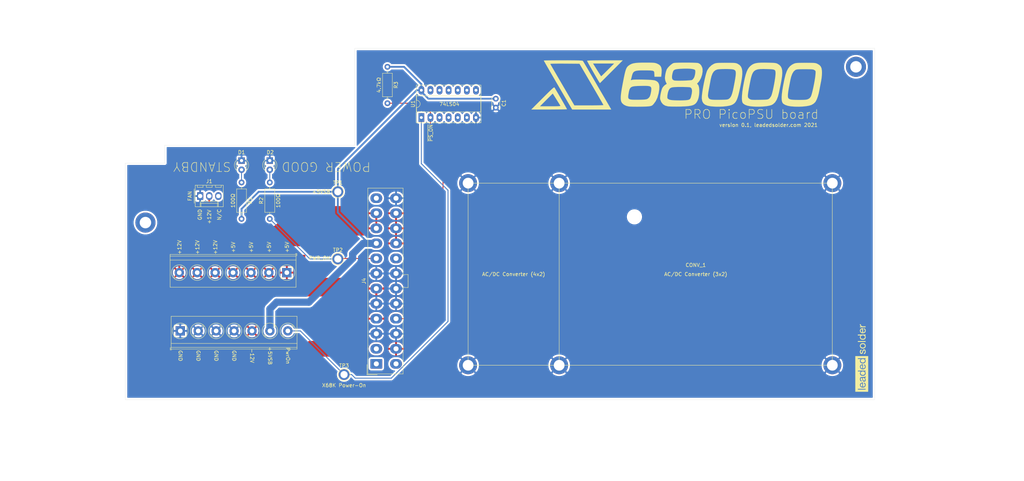
<source format=kicad_pcb>
(kicad_pcb (version 20171130) (host pcbnew "(5.1.5-0-10_14)")
  (layers (0 F.Cu signal) (31 B.Cu signal) (34 B.Paste user) (35 F.Paste user) (36 B.SilkS user) (37 F.SilkS user) (38 B.Mask user) (39 F.Mask user) (44 Edge.Cuts user))
  (net 0 "")
  (net 1 "Net-(D1-Pad2)")
  (net 2 /PSU_COM)
  (net 3 "Net-(D2-Pad2)")
  (net 4 "Net-(J1-Pad3)")
  (net 5 "Net-(J4-Pad20)")
  (net 6 /~PS_ON)
  (net 7 /PSU_NEG_12V)
  (net 8 "Net-(J4-Pad13)")
  (net 9 "Net-(J4-Pad12)")
  (net 10 /PSU_5V_STANDBY)
  (net 11 /PWR_OK)
  (net 12 /PSU_5V)
  (net 13 "Net-(J4-Pad2)")
  (net 14 "Net-(J4-Pad1)")
  (net 15 /POWER_ON_REQUEST)
  (net 16 /PSU_12V)
  (module MountingHole:MountingHole_3.2mm_M3 (layer F.Cu) (at 163 99)
    (fp_text reference REF** hide)
    (fp_text value MountingHole_3.2mm_M3)
    (pad 1 np_thru_hole circle (at 0 0) (size 3.2 3.2) (drill 3.2) (layers *.Cu *.Mask))
  )
  (module logos:x68000-200dpi (layer F.Cu) (at 174.8 62.2)
    (fp_text reference G*** hide)
    (fp_text value LOGO hide)
  )
  (module logos:leaded-solder-logo-800dpi (layer F.Cu) (at 226.4 138.4 90)
    (fp_text reference G*** hide)
    (fp_text value LOGO hide)
  )
  (module MountingHole:MountingHole_3.2mm_M3_DIN965_Pad (layer F.Cu) (at 26.6 100.6)
    (fp_text reference REF** hide)
    (fp_text value MountingHole_3.2mm_M3_DIN965_Pad)
    (pad 1 thru_hole circle (at 0 0) (size 5.6 5.6) (drill 3.2) (layers *.Cu *.Mask))
  )
  (module MountingHole:MountingHole_3.2mm_M3_DIN965_Pad (layer F.Cu) (at 224.79 57.15)
    (fp_text reference REF** hide)
    (fp_text value MountingHole_3.2mm_M3_DIN965_Pad)
    (pad 1 thru_hole circle (at 0 0) (size 5.6 5.6) (drill 3.2) (layers *.Cu *.Mask))
  )
  (module TerminalBlock_Phoenix:TerminalBlock_Phoenix_PT-1,5-7-5.0-H_1x07_P5.00mm_Horizontal (layer F.Cu) (at 36.322 130.81)
    (fp_text reference J3 hide)
    (fp_text value Screw_Terminal_01x07)
    (pad 7 thru_hole circle (at 30 0) (size 2.6 2.6) (drill 1.3) (layers *.Cu *.Mask) (net 15 /POWER_ON_REQUEST))
    (pad 6 thru_hole circle (at 25 0) (size 2.6 2.6) (drill 1.3) (layers *.Cu *.Mask) (net 10 /PSU_5V_STANDBY))
    (pad 5 thru_hole circle (at 20 0) (size 2.6 2.6) (drill 1.3) (layers *.Cu *.Mask) (net 7 /PSU_NEG_12V))
    (pad 4 thru_hole circle (at 15 0) (size 2.6 2.6) (drill 1.3) (layers *.Cu *.Mask) (net 2 /PSU_COM))
    (pad 3 thru_hole circle (at 10 0) (size 2.6 2.6) (drill 1.3) (layers *.Cu *.Mask) (net 2 /PSU_COM))
    (pad 2 thru_hole circle (at 5 0) (size 2.6 2.6) (drill 1.3) (layers *.Cu *.Mask) (net 2 /PSU_COM))
    (pad 1 thru_hole rect (at 0 0) (size 2.6 2.6) (drill 1.3) (layers *.Cu *.Mask) (net 2 /PSU_COM))
  )
  (module TerminalBlock_Phoenix:TerminalBlock_Phoenix_PT-1,5-7-5.0-H_1x07_P5.00mm_Horizontal (layer F.Cu) (at 66.04 114.554 180)
    (fp_text reference J2 hide)
    (fp_text value Screw_Terminal_01x07)
    (pad 7 thru_hole circle (at 30 0 180) (size 2.6 2.6) (drill 1.3) (layers *.Cu *.Mask) (net 16 /PSU_12V))
    (pad 6 thru_hole circle (at 25 0 180) (size 2.6 2.6) (drill 1.3) (layers *.Cu *.Mask) (net 16 /PSU_12V))
    (pad 5 thru_hole circle (at 20 0 180) (size 2.6 2.6) (drill 1.3) (layers *.Cu *.Mask) (net 16 /PSU_12V))
    (pad 4 thru_hole circle (at 15 0 180) (size 2.6 2.6) (drill 1.3) (layers *.Cu *.Mask) (net 12 /PSU_5V))
    (pad 3 thru_hole circle (at 10 0 180) (size 2.6 2.6) (drill 1.3) (layers *.Cu *.Mask) (net 12 /PSU_5V))
    (pad 2 thru_hole circle (at 5 0 180) (size 2.6 2.6) (drill 1.3) (layers *.Cu *.Mask) (net 12 /PSU_5V))
    (pad 1 thru_hole rect (at 0 0 180) (size 2.6 2.6) (drill 1.3) (layers *.Cu *.Mask) (net 12 /PSU_5V))
  )
  (module OffboardACDC:3x2_4x2 (layer F.Cu) (at 142 140.4 180)
    (fp_text reference CONV_1 (at -38.1 27.94) (layer F.SilkS))
    (fp_text value "AC/DC Converter")
    (fp_text user "AC/DC Converter (3x2)" (at -38.1 25.4) (layer F.SilkS))
    (fp_text user "AC/DC Converter (4x2)" (at 12.7 25.4) (layer F.SilkS))
    (pad 1 thru_hole circle (at 25.4 0 180) (size 5 5) (drill 3) (layers *.Cu *.Mask) (net 2 /PSU_COM))
    (pad 1 thru_hole circle (at 25.4 50.8 180) (size 5 5) (drill 3) (layers *.Cu *.Mask) (net 2 /PSU_COM))
    (pad 1 thru_hole circle (at -76.2 0 180) (size 5 5) (drill 3) (layers *.Cu *.Mask) (net 2 /PSU_COM))
    (pad 1 thru_hole circle (at -76.2 50.8 180) (size 5 5) (drill 3) (layers *.Cu *.Mask) (net 2 /PSU_COM))
    (pad 1 thru_hole circle (at 0 50.8 180) (size 5 5) (drill 3) (layers *.Cu *.Mask) (net 2 /PSU_COM))
    (pad 1 thru_hole circle (at 0 0 180) (size 5 5) (drill 3) (layers *.Cu *.Mask) (net 2 /PSU_COM))
  )
  (module TestPoint:TestPoint_Plated_Hole_D2.0mm (layer F.Cu) (at 82 143)
    (fp_text reference TP3 (at 0 -2.498) (layer F.SilkS))
    (fp_text value TestPoint)
    (pad 1 thru_hole circle (at 0 0) (size 3 3) (drill 2) (layers *.Cu *.Mask) (net 15 /POWER_ON_REQUEST))
  )
  (module Package_DIP:DIP-14_W7.62mm_Socket_LongPads (layer F.Cu) (at 103.557 71.302 90)
    (fp_text reference U1 (at 3.81 -2.33 90) (layer F.SilkS))
    (fp_text value 74LS04)
    (pad 14 thru_hole oval (at 7.62 0 90) (size 2.4 1.6) (drill 0.8) (layers *.Cu *.Mask) (net 10 /PSU_5V_STANDBY))
    (pad 7 thru_hole oval (at 0 15.24 90) (size 2.4 1.6) (drill 0.8) (layers *.Cu *.Mask) (net 2 /PSU_COM))
    (pad 13 thru_hole oval (at 7.62 2.54 90) (size 2.4 1.6) (drill 0.8) (layers *.Cu *.Mask))
    (pad 6 thru_hole oval (at 0 12.7 90) (size 2.4 1.6) (drill 0.8) (layers *.Cu *.Mask))
    (pad 12 thru_hole oval (at 7.62 5.08 90) (size 2.4 1.6) (drill 0.8) (layers *.Cu *.Mask))
    (pad 5 thru_hole oval (at 0 10.16 90) (size 2.4 1.6) (drill 0.8) (layers *.Cu *.Mask))
    (pad 11 thru_hole oval (at 7.62 7.62 90) (size 2.4 1.6) (drill 0.8) (layers *.Cu *.Mask))
    (pad 4 thru_hole oval (at 0 7.62 90) (size 2.4 1.6) (drill 0.8) (layers *.Cu *.Mask))
    (pad 10 thru_hole oval (at 7.62 10.16 90) (size 2.4 1.6) (drill 0.8) (layers *.Cu *.Mask))
    (pad 3 thru_hole oval (at 0 5.08 90) (size 2.4 1.6) (drill 0.8) (layers *.Cu *.Mask))
    (pad 9 thru_hole oval (at 7.62 12.7 90) (size 2.4 1.6) (drill 0.8) (layers *.Cu *.Mask))
    (pad 2 thru_hole oval (at 0 2.54 90) (size 2.4 1.6) (drill 0.8) (layers *.Cu *.Mask) (net 6 /~PS_ON))
    (pad 8 thru_hole oval (at 7.62 15.24 90) (size 2.4 1.6) (drill 0.8) (layers *.Cu *.Mask))
    (pad 1 thru_hole rect (at 0 0 90) (size 2.4 1.6) (drill 0.8) (layers *.Cu *.Mask) (net 15 /POWER_ON_REQUEST))
  )
  (module Connector_Molex:Molex_Mini-Fit_Jr_5566-24A_2x12_P4.20mm_Vertical (layer F.Cu) (at 91 140 90)
    (fp_text reference J4 (at 23.1 -3.45 90) (layer F.SilkS))
    (fp_text value PicoPSU)
    (pad 24 thru_hole oval (at 46.2 5.5 90) (size 2.7 3.3) (drill 1.4) (layers *.Cu *.Mask) (net 2 /PSU_COM))
    (pad 23 thru_hole oval (at 42 5.5 90) (size 2.7 3.3) (drill 1.4) (layers *.Cu *.Mask) (net 12 /PSU_5V))
    (pad 22 thru_hole oval (at 37.8 5.5 90) (size 2.7 3.3) (drill 1.4) (layers *.Cu *.Mask) (net 12 /PSU_5V))
    (pad 21 thru_hole oval (at 33.6 5.5 90) (size 2.7 3.3) (drill 1.4) (layers *.Cu *.Mask) (net 12 /PSU_5V))
    (pad 20 thru_hole oval (at 29.4 5.5 90) (size 2.7 3.3) (drill 1.4) (layers *.Cu *.Mask) (net 5 "Net-(J4-Pad20)"))
    (pad 19 thru_hole oval (at 25.2 5.5 90) (size 2.7 3.3) (drill 1.4) (layers *.Cu *.Mask) (net 2 /PSU_COM))
    (pad 18 thru_hole oval (at 21 5.5 90) (size 2.7 3.3) (drill 1.4) (layers *.Cu *.Mask) (net 2 /PSU_COM))
    (pad 17 thru_hole oval (at 16.8 5.5 90) (size 2.7 3.3) (drill 1.4) (layers *.Cu *.Mask) (net 2 /PSU_COM))
    (pad 16 thru_hole oval (at 12.6 5.5 90) (size 2.7 3.3) (drill 1.4) (layers *.Cu *.Mask) (net 6 /~PS_ON))
    (pad 15 thru_hole oval (at 8.4 5.5 90) (size 2.7 3.3) (drill 1.4) (layers *.Cu *.Mask) (net 2 /PSU_COM))
    (pad 14 thru_hole oval (at 4.2 5.5 90) (size 2.7 3.3) (drill 1.4) (layers *.Cu *.Mask) (net 7 /PSU_NEG_12V))
    (pad 13 thru_hole oval (at 0 5.5 90) (size 2.7 3.3) (drill 1.4) (layers *.Cu *.Mask) (net 8 "Net-(J4-Pad13)"))
    (pad 12 thru_hole oval (at 46.2 0 90) (size 2.7 3.3) (drill 1.4) (layers *.Cu *.Mask) (net 9 "Net-(J4-Pad12)"))
    (pad 11 thru_hole oval (at 42 0 90) (size 2.7 3.3) (drill 1.4) (layers *.Cu *.Mask) (net 16 /PSU_12V))
    (pad 10 thru_hole oval (at 37.8 0 90) (size 2.7 3.3) (drill 1.4) (layers *.Cu *.Mask) (net 16 /PSU_12V))
    (pad 9 thru_hole oval (at 33.6 0 90) (size 2.7 3.3) (drill 1.4) (layers *.Cu *.Mask) (net 10 /PSU_5V_STANDBY))
    (pad 8 thru_hole oval (at 29.4 0 90) (size 2.7 3.3) (drill 1.4) (layers *.Cu *.Mask) (net 11 /PWR_OK))
    (pad 7 thru_hole oval (at 25.2 0 90) (size 2.7 3.3) (drill 1.4) (layers *.Cu *.Mask) (net 2 /PSU_COM))
    (pad 6 thru_hole oval (at 21 0 90) (size 2.7 3.3) (drill 1.4) (layers *.Cu *.Mask) (net 12 /PSU_5V))
    (pad 5 thru_hole oval (at 16.8 0 90) (size 2.7 3.3) (drill 1.4) (layers *.Cu *.Mask) (net 2 /PSU_COM))
    (pad 4 thru_hole oval (at 12.6 0 90) (size 2.7 3.3) (drill 1.4) (layers *.Cu *.Mask) (net 12 /PSU_5V))
    (pad 3 thru_hole oval (at 8.4 0 90) (size 2.7 3.3) (drill 1.4) (layers *.Cu *.Mask) (net 2 /PSU_COM))
    (pad 2 thru_hole oval (at 4.2 0 90) (size 2.7 3.3) (drill 1.4) (layers *.Cu *.Mask) (net 13 "Net-(J4-Pad2)"))
    (pad 1 thru_hole roundrect (at 0 0 90) (size 2.7 3.3) (drill 1.4) (layers *.Cu *.Mask) (roundrect_rratio 0.09259299999999999) (net 14 "Net-(J4-Pad1)"))
  )
  (module TestPoint:TestPoint_Plated_Hole_D2.0mm (layer F.Cu) (at 80.264 110.744)
    (fp_text reference TP2 (at 0 -2.498) (layer F.SilkS))
    (fp_text value TestPoint)
    (pad 1 thru_hole circle (at 0 0) (size 3 3) (drill 2) (layers *.Cu *.Mask) (net 11 /PWR_OK))
  )
  (module TestPoint:TestPoint_Plated_Hole_D2.0mm (layer F.Cu) (at 80.264 92)
    (fp_text reference TP1 (at 0 -2.498) (layer F.SilkS))
    (fp_text value TestPoint)
    (pad 1 thru_hole circle (at 0 0) (size 3 3) (drill 2) (layers *.Cu *.Mask) (net 10 /PSU_5V_STANDBY))
  )
  (module Capacitor_THT:C_Disc_D3.0mm_W2.0mm_P2.50mm (layer F.Cu) (at 124.333 66.04 270)
    (fp_text reference C1 (at 1.25 -2.25 90) (layer F.SilkS))
    (fp_text value 0.1µF)
    (pad 2 thru_hole circle (at 2.5 0 270) (size 1.6 1.6) (drill 0.8) (layers *.Cu *.Mask) (net 2 /PSU_COM))
    (pad 1 thru_hole circle (at 0 0 270) (size 1.6 1.6) (drill 0.8) (layers *.Cu *.Mask) (net 10 /PSU_5V_STANDBY))
  )
  (module Resistor_THT:R_Axial_DIN0207_L6.3mm_D2.5mm_P10.16mm_Horizontal (layer F.Cu) (at 94.107 57.15 270)
    (fp_text reference R3 (at 5.08 -2.37 90) (layer F.SilkS))
    (fp_text value 4.7kΩ (at 5.08 2.37 90) (layer F.SilkS))
    (pad 2 thru_hole oval (at 10.16 0 270) (size 1.6 1.6) (drill 0.8) (layers *.Cu *.Mask) (net 6 /~PS_ON))
    (pad 1 thru_hole circle (at 0 0 270) (size 1.6 1.6) (drill 0.8) (layers *.Cu *.Mask) (net 10 /PSU_5V_STANDBY))
  )
  (module Resistor_THT:R_Axial_DIN0207_L6.3mm_D2.5mm_P10.16mm_Horizontal (layer F.Cu) (at 61.282 99.568 90)
    (fp_text reference R2 (at 5.08 -2.37 90) (layer F.SilkS))
    (fp_text value 100Ω (at 5.08 2.37 90) (layer F.SilkS))
    (pad 2 thru_hole oval (at 10.16 0 90) (size 1.6 1.6) (drill 0.8) (layers *.Cu *.Mask) (net 3 "Net-(D2-Pad2)"))
    (pad 1 thru_hole circle (at 0 0 90) (size 1.6 1.6) (drill 0.8) (layers *.Cu *.Mask) (net 11 /PWR_OK))
  )
  (module Resistor_THT:R_Axial_DIN0207_L6.3mm_D2.5mm_P10.16mm_Horizontal (layer F.Cu) (at 53.408 89.408 270)
    (fp_text reference R1 (at 5.08 -2.37 90) (layer F.SilkS))
    (fp_text value 100Ω (at 5.08 2.37 90) (layer F.SilkS))
    (pad 2 thru_hole oval (at 10.16 0 270) (size 1.6 1.6) (drill 0.8) (layers *.Cu *.Mask) (net 10 /PSU_5V_STANDBY))
    (pad 1 thru_hole circle (at 0 0 270) (size 1.6 1.6) (drill 0.8) (layers *.Cu *.Mask) (net 1 "Net-(D1-Pad2)"))
  )
  (module Connector_Molex:Molex_KK-254_AE-6410-03A_1x03_P2.54mm_Vertical (layer F.Cu) (at 41.86 93.2)
    (fp_text reference J1 (at 2.54 -4.12) (layer F.SilkS))
    (fp_text value "Fan Header")
    (pad 3 thru_hole oval (at 5.08 0) (size 1.74 2.2) (drill 1.2) (layers *.Cu *.Mask) (net 4 "Net-(J1-Pad3)"))
    (pad 2 thru_hole oval (at 2.54 0) (size 1.74 2.2) (drill 1.2) (layers *.Cu *.Mask) (net 16 /PSU_12V))
    (pad 1 thru_hole roundrect (at 0 0) (size 1.74 2.2) (drill 1.2) (layers *.Cu *.Mask) (roundrect_rratio 0.143678) (net 2 /PSU_COM))
  )
  (module LED_THT:LED_D3.0mm (layer F.Cu) (at 61.282 83.312 270)
    (fp_text reference D2 (at -2.312 -0.118 180) (layer F.SilkS))
    (fp_text value "Power OK")
    (pad 2 thru_hole circle (at 2.54 0 270) (size 1.8 1.8) (drill 0.9) (layers *.Cu *.Mask) (net 3 "Net-(D2-Pad2)"))
    (pad 1 thru_hole rect (at 0 0 270) (size 1.8 1.8) (drill 0.9) (layers *.Cu *.Mask) (net 2 /PSU_COM))
  )
  (module LED_THT:LED_D3.0mm (layer F.Cu) (at 53.408 83.312 270)
    (fp_text reference D1 (at -2.312 0.008 180) (layer F.SilkS))
    (fp_text value "Standby Power")
    (pad 2 thru_hole circle (at 2.54 0 270) (size 1.8 1.8) (drill 0.9) (layers *.Cu *.Mask) (net 1 "Net-(D1-Pad2)"))
    (pad 1 thru_hole rect (at 0 0 270) (size 1.8 1.8) (drill 0.9) (layers *.Cu *.Mask) (net 2 /PSU_COM))
  )
  (gr_text "PRO PicoPSU board" (at 195.6 70.4) (layer F.SilkS) (effects (font (size 2.5 2.5))))
  (gr_text "version 0.1, leadedsolder.com 2021" (at 200.4 73.4) (layer F.SilkS) (effects (font (size 1 1))))
  (gr_text ~PS_ON (at 106.2 75.6 90) (layer F.SilkS) (effects (font (size 1 1))))
  (gr_text N/C (at 47.2 98.4 90) (layer F.SilkS) (effects (font (size 1 1))))
  (gr_text GND (at 41.8 98.4 90) (layer F.SilkS) (effects (font (size 1 1))))
  (gr_text +12V (at 44.4 99 90) (layer F.SilkS) (effects (font (size 1 1))))
  (gr_text FAN (at 39 93.2 90) (layer F.SilkS) (effects (font (size 1 1))))
  (gr_text "POWER GOOD" (at 77 85 180) (layer F.SilkS) (effects (font (size 2.5 2.5))))
  (gr_text STANDBY (at 42.4 85 180) (layer F.SilkS) (effects (font (size 2.5 2.5))))
  (gr_line (start 21 150) (end 230 150) (layer Edge.Cuts) (width 0.05))
  (gr_line (start 21 84) (end 21 150) (layer Edge.Cuts) (width 0.05))
  (gr_line (start 32 84) (end 21 84) (layer Edge.Cuts) (width 0.05))
  (gr_line (start 32 79) (end 32 84) (layer Edge.Cuts) (width 0.05))
  (gr_line (start 85 79) (end 32 79) (layer Edge.Cuts) (width 0.05))
  (gr_line (start 85 52) (end 85 79) (layer Edge.Cuts) (width 0.05))
  (gr_line (start 230 52) (end 85 52) (layer Edge.Cuts) (width 0.05))
  (gr_line (start 230 52) (end 230 150) (layer Edge.Cuts) (width 0.05))
  (gr_text "X68K Power-On" (at 82 146) (layer F.SilkS) (effects (font (size 1 1))))
  (gr_text PWR_OK (at 75.184 110.49) (layer F.SilkS) (effects (font (size 1 1))))
  (gr_text +5VSB (at 75.6 92) (layer F.SilkS) (effects (font (size 1 1))))
  (gr_text 74LS04 (at 111.379 67.564) (layer F.SilkS) (effects (font (size 1 1))))
  (gr_text +5V (at 66.092 107.476 90) (layer F.SilkS) (effects (font (size 1 1))))
  (gr_text +5V (at 61.092 107.476 90) (layer F.SilkS) (effects (font (size 1 1))))
  (gr_text +5V (at 56.092 107.476 90) (layer F.SilkS) (effects (font (size 1 1))))
  (gr_text +5V (at 51.092 107.476 90) (layer F.SilkS) (effects (font (size 1 1))))
  (gr_text +12V (at 46.092 107.476 90) (layer F.SilkS) (effects (font (size 1 1))))
  (gr_text +12V (at 41.092 107.476 90) (layer F.SilkS) (effects (font (size 1 1))))
  (gr_text +12V (at 36.092 107.476 90) (layer F.SilkS) (effects (font (size 1 1))))
  (gr_text GND (at 36.346 137.746 270) (layer F.SilkS) (effects (font (size 1 1))))
  (gr_text GND (at 41.346 137.746 270) (layer F.SilkS) (effects (font (size 1 1))))
  (gr_text GND (at 46.346 137.746 270) (layer F.SilkS) (effects (font (size 1 1))))
  (gr_text GND (at 51.346 137.746 270) (layer F.SilkS) (effects (font (size 1 1))))
  (gr_text -12V (at 56.346 137.746 270) (layer F.SilkS) (effects (font (size 1 1))))
  (gr_text +5VSB (at 61.346 137.746 270) (layer F.SilkS) (effects (font (size 1 1))))
  (gr_text PwrOn (at 66.346 137.746 270) (layer F.SilkS) (effects (font (size 1 1))))
  (segment (start 53.408 89.408) (end 53.408 85.852) (width 0.25) (layer B.Cu) (net 1))
  (segment (start 61.282 89.408) (end 61.282 85.852) (width 0.25) (layer B.Cu) (net 3))
  (segment (start 103.555 67.31) (end 94.107 67.31) (width 0.25) (layer F.Cu) (net 6))
  (segment (start 106.097 69.852) (end 103.555 67.31) (width 0.25) (layer F.Cu) (net 6))
  (segment (start 106.097 71.302) (end 106.097 69.852) (width 0.25) (layer F.Cu) (net 6))
  (segment (start 106.097 71.302) (end 106.097 84.297) (width 0.25) (layer F.Cu) (net 6))
  (segment (start 106.097 84.297) (end 109.6 87.8) (width 0.25) (layer F.Cu) (net 6))
  (segment (start 109.6 87.8) (end 109.6 126.6) (width 0.25) (layer F.Cu) (net 6))
  (segment (start 108.8 127.4) (end 96.5 127.4) (width 0.25) (layer F.Cu) (net 6))
  (segment (start 109.6 126.6) (end 108.8 127.4) (width 0.25) (layer F.Cu) (net 6))
  (segment (start 96.5 135.5) (end 96.5 135.8) (width 0.5) (layer F.Cu) (net 7))
  (segment (start 80.264 97.814) (end 80.264 92) (width 0.5) (layer B.Cu) (net 10))
  (segment (start 88.85 106.4) (end 80.264 97.814) (width 0.5) (layer B.Cu) (net 10))
  (segment (start 91 106.4) (end 88.85 106.4) (width 0.5) (layer B.Cu) (net 10))
  (segment (start 80.264 92) (end 58.2 92) (width 0.5) (layer B.Cu) (net 10))
  (segment (start 53.408 96.792) (end 53.408 99.568) (width 0.5) (layer B.Cu) (net 10))
  (segment (start 58.2 92) (end 53.408 96.792) (width 0.5) (layer B.Cu) (net 10))
  (segment (start 102.257 63.682) (end 103.557 63.682) (width 0.5) (layer B.Cu) (net 10))
  (segment (start 80.264 85.675) (end 102.257 63.682) (width 0.5) (layer B.Cu) (net 10))
  (segment (start 80.264 92) (end 80.264 85.675) (width 0.5) (layer B.Cu) (net 10))
  (segment (start 103.557 61.982) (end 103.557 63.682) (width 0.5) (layer B.Cu) (net 10))
  (segment (start 98.725 57.15) (end 103.557 61.982) (width 0.5) (layer B.Cu) (net 10))
  (segment (start 94.107 57.15) (end 98.725 57.15) (width 0.5) (layer B.Cu) (net 10))
  (segment (start 105.515 66.04) (end 124.333 66.04) (width 0.5) (layer B.Cu) (net 10))
  (segment (start 103.557 64.082) (end 105.515 66.04) (width 0.5) (layer B.Cu) (net 10))
  (segment (start 103.557 63.682) (end 103.557 64.082) (width 0.5) (layer B.Cu) (net 10))
  (segment (start 87.35 106.4) (end 84.4 109.35) (width 2) (layer B.Cu) (net 10))
  (segment (start 91 106.4) (end 87.35 106.4) (width 2) (layer B.Cu) (net 10))
  (segment (start 84.4 110.604002) (end 72.204002 122.8) (width 2) (layer B.Cu) (net 10))
  (segment (start 84.4 109.35) (end 84.4 110.604002) (width 2) (layer B.Cu) (net 10))
  (segment (start 72.204002 122.8) (end 63.2 122.8) (width 2) (layer B.Cu) (net 10))
  (segment (start 61.322 124.678) (end 61.322 130.81) (width 2) (layer B.Cu) (net 10))
  (segment (start 63.2 122.8) (end 61.322 124.678) (width 2) (layer B.Cu) (net 10))
  (segment (start 80.408 110.6) (end 80.264 110.744) (width 0.25) (layer B.Cu) (net 11))
  (segment (start 72.458 110.744) (end 61.282 99.568) (width 0.25) (layer B.Cu) (net 11))
  (segment (start 80.264 110.744) (end 72.458 110.744) (width 0.25) (layer B.Cu) (net 11))
  (segment (start 80.408 110.6) (end 80.264 110.744) (width 0.25) (layer F.Cu) (net 11))
  (segment (start 91 110.6) (end 80.408 110.6) (width 0.25) (layer F.Cu) (net 11))
  (segment (start 69.81 130.81) (end 82 143) (width 0.25) (layer B.Cu) (net 15))
  (segment (start 66.322 130.81) (end 69.81 130.81) (width 0.25) (layer B.Cu) (net 15))
  (segment (start 103.557 70.157) (end 103.557 71.302) (width 0.25) (layer B.Cu) (net 15))
  (segment (start 85.12132 144) (end 95.168821 144) (width 0.25) (layer B.Cu) (net 15))
  (segment (start 95.168821 144) (end 111 128.168821) (width 0.25) (layer B.Cu) (net 15))
  (segment (start 84.12132 143) (end 85.12132 144) (width 0.25) (layer B.Cu) (net 15))
  (segment (start 111 128.168821) (end 111 91.6) (width 0.25) (layer B.Cu) (net 15))
  (segment (start 103.557 84.157) (end 103.557 70.157) (width 0.25) (layer B.Cu) (net 15))
  (segment (start 111 91.6) (end 103.557 84.157) (width 0.25) (layer B.Cu) (net 15))
  (segment (start 82 143) (end 84.12132 143) (width 0.25) (layer B.Cu) (net 15))
  (segment (start 36.04 114.554) (end 36.04 104.16) (width 0.5) (layer F.Cu) (net 16))
  (segment (start 44.4 95.8) (end 44.4 93.2) (width 0.5) (layer F.Cu) (net 16))
  (segment (start 36.04 104.16) (end 44.4 95.8) (width 0.5) (layer F.Cu) (net 16))
  (zone (net 2) (net_name /PSU_COM) (layer B.Cu) (connect_pads (clearance 0.508)) (min_thickness 0.254) (fill yes (arc_segments 32) (thermal_gap 0.508) (thermal_bridge_width 0.508))
    (polygon (pts (xy 232 157) (xy 18 157) (xy 18 49) (xy 232 49)))
  )
  (zone (net 7) (net_name /PSU_NEG_12V) (layer F.Cu) (connect_pads (clearance 0.508)) (min_thickness 0.254) (fill yes (arc_segments 32) (thermal_gap 0.508) (thermal_bridge_width 0.508))
    (polygon (pts (xy 58.8 142) (xy 72 142) (xy 72 133.6) (xy 99.4 133.6) (xy 99.4 138) (xy 74.8 138) (xy 74.8 145.2) (xy 54 145.2) (xy 54 128) (xy 58.8 128)))
  )
  (zone (net 12) (net_name /PSU_5V) (layer F.Cu) (connect_pads (clearance 0.508)) (min_thickness 0.254) (fill yes (arc_segments 32) (thermal_gap 0.508) (thermal_bridge_width 0.508))
    (polygon (pts (xy 107.6 129.2) (xy 86.6 129.2) (xy 86.6 125.4) (xy 93.6 125.4) (xy 93.6 121.2) (xy 86.6 121.2) (xy 86.6 117) (xy 99 117) (xy 99 108.2) (xy 93.8 108.2) (xy 93.8 96) (xy 107.6 96)))
  )
  (zone (net 12) (net_name /PSU_5V) (layer F.Cu) (connect_pads (clearance 0.508)) (min_thickness 0.254) (fill yes (arc_segments 32) (thermal_gap 0.508) (thermal_bridge_width 0.508))
    (polygon (pts (xy 71.2 116) (xy 87.2 116) (xy 88.6 117) (xy 93.8 117) (xy 93.6 121.2) (xy 49.4 121.2) (xy 49.4 109.4) (xy 71.2 109.6)))
  )
  (zone (net 12) (net_name /PSU_5V) (layer F.Cu) (connect_pads (clearance 0.508)) (min_thickness 0.254) (fill yes (arc_segments 32) (thermal_gap 0.508) (thermal_bridge_width 0.508))
    (polygon (pts (xy 87.6 129.2) (xy 80.2 129.2) (xy 76.2 118.2) (xy 87.6 118.2)))
  )
  (zone (net 16) (net_name /PSU_12V) (layer F.Cu) (connect_pads (clearance 0.508)) (min_thickness 0.254) (fill yes (arc_segments 32) (thermal_gap 0.508) (thermal_bridge_width 0.508))
    (polygon (pts (xy 92.8 104.2) (xy 85.2 104.2) (xy 85.2 96) (xy 92.8 96)))
  )
  (zone (net 16) (net_name /PSU_12V) (layer F.Cu) (connect_pads (clearance 0.508)) (min_thickness 0.254) (fill yes (arc_segments 32) (thermal_gap 0.508) (thermal_bridge_width 0.508))
    (polygon (pts (xy 85.8 104.2) (xy 81 107.2) (xy 51 107.2) (xy 48.4 109.6) (xy 48.4 121.2) (xy 33 121.2) (xy 33 104.4) (xy 35.2 101.8) (xy 62.2 101.8) (xy 69.2 96) (xy 85.8 96)))
  )
)
</source>
